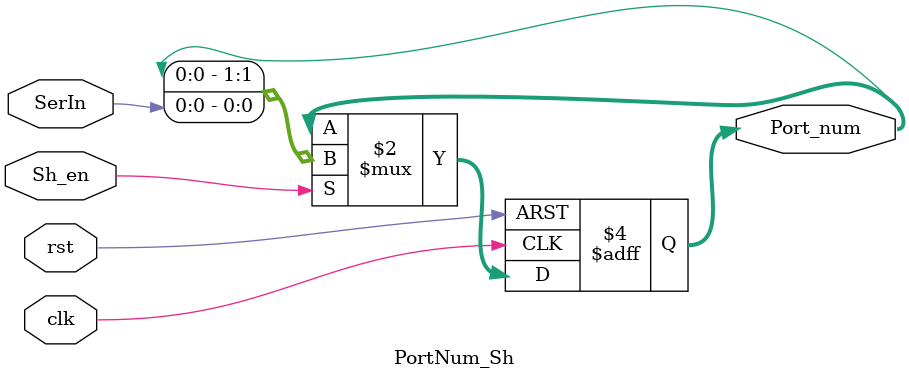
<source format=v>
module PortNum_Sh(input clk, rst, SerIn, Sh_en, output reg [1:0] Port_num);
always @(posedge clk or posedge rst) begin
    if (rst) begin
        Port_num <= 2'b00;
    end 
    else if (Sh_en) begin
        Port_num <= {Port_num[0], SerIn};
    end
end
endmodule
</source>
